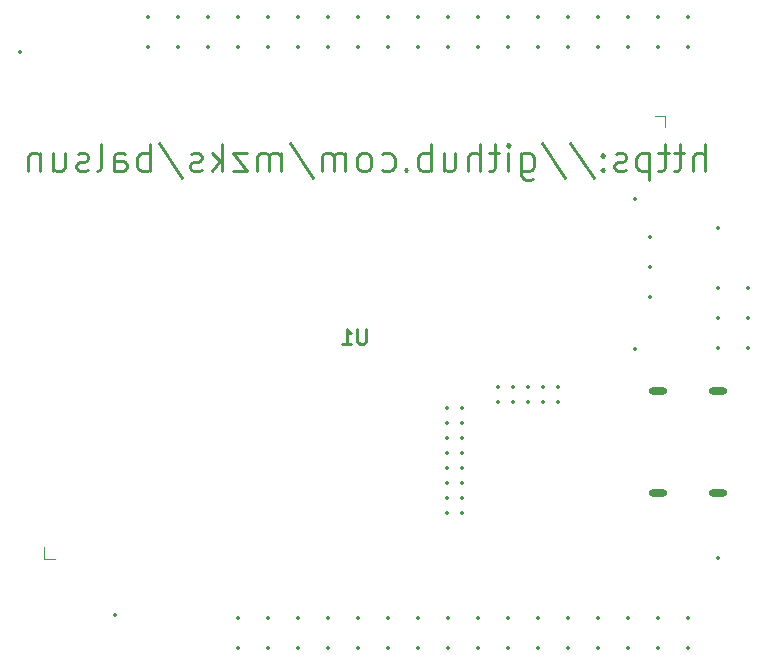
<source format=gbo>
%TF.GenerationSoftware,KiCad,Pcbnew,8.0.4*%
%TF.CreationDate,2024-11-04T17:03:21+09:00*%
%TF.ProjectId,balsun,62616c73-756e-42e6-9b69-6361645f7063,rev?*%
%TF.SameCoordinates,Original*%
%TF.FileFunction,Legend,Bot*%
%TF.FilePolarity,Positive*%
%FSLAX46Y46*%
G04 Gerber Fmt 4.6, Leading zero omitted, Abs format (unit mm)*
G04 Created by KiCad (PCBNEW 8.0.4) date 2024-11-04 17:03:21*
%MOMM*%
%LPD*%
G01*
G04 APERTURE LIST*
%ADD10C,0.287500*%
%ADD11C,0.254000*%
%ADD12C,0.100000*%
%ADD13C,0.350000*%
%ADD14O,1.600000X0.600000*%
G04 APERTURE END LIST*
D10*
X217363236Y-86623573D02*
X217363236Y-84323573D01*
X216377522Y-86623573D02*
X216377522Y-85418811D01*
X216377522Y-85418811D02*
X216487046Y-85199764D01*
X216487046Y-85199764D02*
X216706094Y-85090240D01*
X216706094Y-85090240D02*
X217034665Y-85090240D01*
X217034665Y-85090240D02*
X217253713Y-85199764D01*
X217253713Y-85199764D02*
X217363236Y-85309288D01*
X215610856Y-85090240D02*
X214734665Y-85090240D01*
X215282284Y-84323573D02*
X215282284Y-86295002D01*
X215282284Y-86295002D02*
X215172761Y-86514050D01*
X215172761Y-86514050D02*
X214953713Y-86623573D01*
X214953713Y-86623573D02*
X214734665Y-86623573D01*
X214296570Y-85090240D02*
X213420379Y-85090240D01*
X213967998Y-84323573D02*
X213967998Y-86295002D01*
X213967998Y-86295002D02*
X213858475Y-86514050D01*
X213858475Y-86514050D02*
X213639427Y-86623573D01*
X213639427Y-86623573D02*
X213420379Y-86623573D01*
X212653712Y-85090240D02*
X212653712Y-87390240D01*
X212653712Y-85199764D02*
X212434665Y-85090240D01*
X212434665Y-85090240D02*
X211996570Y-85090240D01*
X211996570Y-85090240D02*
X211777522Y-85199764D01*
X211777522Y-85199764D02*
X211667998Y-85309288D01*
X211667998Y-85309288D02*
X211558474Y-85528335D01*
X211558474Y-85528335D02*
X211558474Y-86185478D01*
X211558474Y-86185478D02*
X211667998Y-86404526D01*
X211667998Y-86404526D02*
X211777522Y-86514050D01*
X211777522Y-86514050D02*
X211996570Y-86623573D01*
X211996570Y-86623573D02*
X212434665Y-86623573D01*
X212434665Y-86623573D02*
X212653712Y-86514050D01*
X210682284Y-86514050D02*
X210463237Y-86623573D01*
X210463237Y-86623573D02*
X210025141Y-86623573D01*
X210025141Y-86623573D02*
X209806094Y-86514050D01*
X209806094Y-86514050D02*
X209696570Y-86295002D01*
X209696570Y-86295002D02*
X209696570Y-86185478D01*
X209696570Y-86185478D02*
X209806094Y-85966430D01*
X209806094Y-85966430D02*
X210025141Y-85856907D01*
X210025141Y-85856907D02*
X210353713Y-85856907D01*
X210353713Y-85856907D02*
X210572760Y-85747383D01*
X210572760Y-85747383D02*
X210682284Y-85528335D01*
X210682284Y-85528335D02*
X210682284Y-85418811D01*
X210682284Y-85418811D02*
X210572760Y-85199764D01*
X210572760Y-85199764D02*
X210353713Y-85090240D01*
X210353713Y-85090240D02*
X210025141Y-85090240D01*
X210025141Y-85090240D02*
X209806094Y-85199764D01*
X208710855Y-86404526D02*
X208601332Y-86514050D01*
X208601332Y-86514050D02*
X208710855Y-86623573D01*
X208710855Y-86623573D02*
X208820379Y-86514050D01*
X208820379Y-86514050D02*
X208710855Y-86404526D01*
X208710855Y-86404526D02*
X208710855Y-86623573D01*
X208710855Y-85199764D02*
X208601332Y-85309288D01*
X208601332Y-85309288D02*
X208710855Y-85418811D01*
X208710855Y-85418811D02*
X208820379Y-85309288D01*
X208820379Y-85309288D02*
X208710855Y-85199764D01*
X208710855Y-85199764D02*
X208710855Y-85418811D01*
X205972760Y-84214050D02*
X207944189Y-87171192D01*
X203563236Y-84214050D02*
X205534665Y-87171192D01*
X201810855Y-85090240D02*
X201810855Y-86952145D01*
X201810855Y-86952145D02*
X201920379Y-87171192D01*
X201920379Y-87171192D02*
X202029903Y-87280716D01*
X202029903Y-87280716D02*
X202248950Y-87390240D01*
X202248950Y-87390240D02*
X202577522Y-87390240D01*
X202577522Y-87390240D02*
X202796569Y-87280716D01*
X201810855Y-86514050D02*
X202029903Y-86623573D01*
X202029903Y-86623573D02*
X202467998Y-86623573D01*
X202467998Y-86623573D02*
X202687046Y-86514050D01*
X202687046Y-86514050D02*
X202796569Y-86404526D01*
X202796569Y-86404526D02*
X202906093Y-86185478D01*
X202906093Y-86185478D02*
X202906093Y-85528335D01*
X202906093Y-85528335D02*
X202796569Y-85309288D01*
X202796569Y-85309288D02*
X202687046Y-85199764D01*
X202687046Y-85199764D02*
X202467998Y-85090240D01*
X202467998Y-85090240D02*
X202029903Y-85090240D01*
X202029903Y-85090240D02*
X201810855Y-85199764D01*
X200715617Y-86623573D02*
X200715617Y-85090240D01*
X200715617Y-84323573D02*
X200825141Y-84433097D01*
X200825141Y-84433097D02*
X200715617Y-84542621D01*
X200715617Y-84542621D02*
X200606094Y-84433097D01*
X200606094Y-84433097D02*
X200715617Y-84323573D01*
X200715617Y-84323573D02*
X200715617Y-84542621D01*
X199948951Y-85090240D02*
X199072760Y-85090240D01*
X199620379Y-84323573D02*
X199620379Y-86295002D01*
X199620379Y-86295002D02*
X199510856Y-86514050D01*
X199510856Y-86514050D02*
X199291808Y-86623573D01*
X199291808Y-86623573D02*
X199072760Y-86623573D01*
X198306093Y-86623573D02*
X198306093Y-84323573D01*
X197320379Y-86623573D02*
X197320379Y-85418811D01*
X197320379Y-85418811D02*
X197429903Y-85199764D01*
X197429903Y-85199764D02*
X197648951Y-85090240D01*
X197648951Y-85090240D02*
X197977522Y-85090240D01*
X197977522Y-85090240D02*
X198196570Y-85199764D01*
X198196570Y-85199764D02*
X198306093Y-85309288D01*
X195239427Y-85090240D02*
X195239427Y-86623573D01*
X196225141Y-85090240D02*
X196225141Y-86295002D01*
X196225141Y-86295002D02*
X196115618Y-86514050D01*
X196115618Y-86514050D02*
X195896570Y-86623573D01*
X195896570Y-86623573D02*
X195567999Y-86623573D01*
X195567999Y-86623573D02*
X195348951Y-86514050D01*
X195348951Y-86514050D02*
X195239427Y-86404526D01*
X194144189Y-86623573D02*
X194144189Y-84323573D01*
X194144189Y-85199764D02*
X193925142Y-85090240D01*
X193925142Y-85090240D02*
X193487047Y-85090240D01*
X193487047Y-85090240D02*
X193267999Y-85199764D01*
X193267999Y-85199764D02*
X193158475Y-85309288D01*
X193158475Y-85309288D02*
X193048951Y-85528335D01*
X193048951Y-85528335D02*
X193048951Y-86185478D01*
X193048951Y-86185478D02*
X193158475Y-86404526D01*
X193158475Y-86404526D02*
X193267999Y-86514050D01*
X193267999Y-86514050D02*
X193487047Y-86623573D01*
X193487047Y-86623573D02*
X193925142Y-86623573D01*
X193925142Y-86623573D02*
X194144189Y-86514050D01*
X192063237Y-86404526D02*
X191953714Y-86514050D01*
X191953714Y-86514050D02*
X192063237Y-86623573D01*
X192063237Y-86623573D02*
X192172761Y-86514050D01*
X192172761Y-86514050D02*
X192063237Y-86404526D01*
X192063237Y-86404526D02*
X192063237Y-86623573D01*
X189982285Y-86514050D02*
X190201333Y-86623573D01*
X190201333Y-86623573D02*
X190639428Y-86623573D01*
X190639428Y-86623573D02*
X190858476Y-86514050D01*
X190858476Y-86514050D02*
X190967999Y-86404526D01*
X190967999Y-86404526D02*
X191077523Y-86185478D01*
X191077523Y-86185478D02*
X191077523Y-85528335D01*
X191077523Y-85528335D02*
X190967999Y-85309288D01*
X190967999Y-85309288D02*
X190858476Y-85199764D01*
X190858476Y-85199764D02*
X190639428Y-85090240D01*
X190639428Y-85090240D02*
X190201333Y-85090240D01*
X190201333Y-85090240D02*
X189982285Y-85199764D01*
X188667999Y-86623573D02*
X188887047Y-86514050D01*
X188887047Y-86514050D02*
X188996570Y-86404526D01*
X188996570Y-86404526D02*
X189106094Y-86185478D01*
X189106094Y-86185478D02*
X189106094Y-85528335D01*
X189106094Y-85528335D02*
X188996570Y-85309288D01*
X188996570Y-85309288D02*
X188887047Y-85199764D01*
X188887047Y-85199764D02*
X188667999Y-85090240D01*
X188667999Y-85090240D02*
X188339428Y-85090240D01*
X188339428Y-85090240D02*
X188120380Y-85199764D01*
X188120380Y-85199764D02*
X188010856Y-85309288D01*
X188010856Y-85309288D02*
X187901332Y-85528335D01*
X187901332Y-85528335D02*
X187901332Y-86185478D01*
X187901332Y-86185478D02*
X188010856Y-86404526D01*
X188010856Y-86404526D02*
X188120380Y-86514050D01*
X188120380Y-86514050D02*
X188339428Y-86623573D01*
X188339428Y-86623573D02*
X188667999Y-86623573D01*
X186915618Y-86623573D02*
X186915618Y-85090240D01*
X186915618Y-85309288D02*
X186806095Y-85199764D01*
X186806095Y-85199764D02*
X186587047Y-85090240D01*
X186587047Y-85090240D02*
X186258476Y-85090240D01*
X186258476Y-85090240D02*
X186039428Y-85199764D01*
X186039428Y-85199764D02*
X185929904Y-85418811D01*
X185929904Y-85418811D02*
X185929904Y-86623573D01*
X185929904Y-85418811D02*
X185820380Y-85199764D01*
X185820380Y-85199764D02*
X185601333Y-85090240D01*
X185601333Y-85090240D02*
X185272761Y-85090240D01*
X185272761Y-85090240D02*
X185053714Y-85199764D01*
X185053714Y-85199764D02*
X184944190Y-85418811D01*
X184944190Y-85418811D02*
X184944190Y-86623573D01*
X182206094Y-84214050D02*
X184177523Y-87171192D01*
X181439427Y-86623573D02*
X181439427Y-85090240D01*
X181439427Y-85309288D02*
X181329904Y-85199764D01*
X181329904Y-85199764D02*
X181110856Y-85090240D01*
X181110856Y-85090240D02*
X180782285Y-85090240D01*
X180782285Y-85090240D02*
X180563237Y-85199764D01*
X180563237Y-85199764D02*
X180453713Y-85418811D01*
X180453713Y-85418811D02*
X180453713Y-86623573D01*
X180453713Y-85418811D02*
X180344189Y-85199764D01*
X180344189Y-85199764D02*
X180125142Y-85090240D01*
X180125142Y-85090240D02*
X179796570Y-85090240D01*
X179796570Y-85090240D02*
X179577523Y-85199764D01*
X179577523Y-85199764D02*
X179467999Y-85418811D01*
X179467999Y-85418811D02*
X179467999Y-86623573D01*
X178591808Y-85090240D02*
X177387046Y-85090240D01*
X177387046Y-85090240D02*
X178591808Y-86623573D01*
X178591808Y-86623573D02*
X177387046Y-86623573D01*
X176510855Y-86623573D02*
X176510855Y-84323573D01*
X176291808Y-85747383D02*
X175634665Y-86623573D01*
X175634665Y-85090240D02*
X176510855Y-85966430D01*
X174758474Y-86514050D02*
X174539427Y-86623573D01*
X174539427Y-86623573D02*
X174101331Y-86623573D01*
X174101331Y-86623573D02*
X173882284Y-86514050D01*
X173882284Y-86514050D02*
X173772760Y-86295002D01*
X173772760Y-86295002D02*
X173772760Y-86185478D01*
X173772760Y-86185478D02*
X173882284Y-85966430D01*
X173882284Y-85966430D02*
X174101331Y-85856907D01*
X174101331Y-85856907D02*
X174429903Y-85856907D01*
X174429903Y-85856907D02*
X174648950Y-85747383D01*
X174648950Y-85747383D02*
X174758474Y-85528335D01*
X174758474Y-85528335D02*
X174758474Y-85418811D01*
X174758474Y-85418811D02*
X174648950Y-85199764D01*
X174648950Y-85199764D02*
X174429903Y-85090240D01*
X174429903Y-85090240D02*
X174101331Y-85090240D01*
X174101331Y-85090240D02*
X173882284Y-85199764D01*
X171144188Y-84214050D02*
X173115617Y-87171192D01*
X170377521Y-86623573D02*
X170377521Y-84323573D01*
X170377521Y-85199764D02*
X170158474Y-85090240D01*
X170158474Y-85090240D02*
X169720379Y-85090240D01*
X169720379Y-85090240D02*
X169501331Y-85199764D01*
X169501331Y-85199764D02*
X169391807Y-85309288D01*
X169391807Y-85309288D02*
X169282283Y-85528335D01*
X169282283Y-85528335D02*
X169282283Y-86185478D01*
X169282283Y-86185478D02*
X169391807Y-86404526D01*
X169391807Y-86404526D02*
X169501331Y-86514050D01*
X169501331Y-86514050D02*
X169720379Y-86623573D01*
X169720379Y-86623573D02*
X170158474Y-86623573D01*
X170158474Y-86623573D02*
X170377521Y-86514050D01*
X167310855Y-86623573D02*
X167310855Y-85418811D01*
X167310855Y-85418811D02*
X167420379Y-85199764D01*
X167420379Y-85199764D02*
X167639427Y-85090240D01*
X167639427Y-85090240D02*
X168077522Y-85090240D01*
X168077522Y-85090240D02*
X168296569Y-85199764D01*
X167310855Y-86514050D02*
X167529903Y-86623573D01*
X167529903Y-86623573D02*
X168077522Y-86623573D01*
X168077522Y-86623573D02*
X168296569Y-86514050D01*
X168296569Y-86514050D02*
X168406093Y-86295002D01*
X168406093Y-86295002D02*
X168406093Y-86075954D01*
X168406093Y-86075954D02*
X168296569Y-85856907D01*
X168296569Y-85856907D02*
X168077522Y-85747383D01*
X168077522Y-85747383D02*
X167529903Y-85747383D01*
X167529903Y-85747383D02*
X167310855Y-85637859D01*
X165887046Y-86623573D02*
X166106094Y-86514050D01*
X166106094Y-86514050D02*
X166215617Y-86295002D01*
X166215617Y-86295002D02*
X166215617Y-84323573D01*
X165120379Y-86514050D02*
X164901332Y-86623573D01*
X164901332Y-86623573D02*
X164463236Y-86623573D01*
X164463236Y-86623573D02*
X164244189Y-86514050D01*
X164244189Y-86514050D02*
X164134665Y-86295002D01*
X164134665Y-86295002D02*
X164134665Y-86185478D01*
X164134665Y-86185478D02*
X164244189Y-85966430D01*
X164244189Y-85966430D02*
X164463236Y-85856907D01*
X164463236Y-85856907D02*
X164791808Y-85856907D01*
X164791808Y-85856907D02*
X165010855Y-85747383D01*
X165010855Y-85747383D02*
X165120379Y-85528335D01*
X165120379Y-85528335D02*
X165120379Y-85418811D01*
X165120379Y-85418811D02*
X165010855Y-85199764D01*
X165010855Y-85199764D02*
X164791808Y-85090240D01*
X164791808Y-85090240D02*
X164463236Y-85090240D01*
X164463236Y-85090240D02*
X164244189Y-85199764D01*
X162163236Y-85090240D02*
X162163236Y-86623573D01*
X163148950Y-85090240D02*
X163148950Y-86295002D01*
X163148950Y-86295002D02*
X163039427Y-86514050D01*
X163039427Y-86514050D02*
X162820379Y-86623573D01*
X162820379Y-86623573D02*
X162491808Y-86623573D01*
X162491808Y-86623573D02*
X162272760Y-86514050D01*
X162272760Y-86514050D02*
X162163236Y-86404526D01*
X161067998Y-85090240D02*
X161067998Y-86623573D01*
X161067998Y-85309288D02*
X160958475Y-85199764D01*
X160958475Y-85199764D02*
X160739427Y-85090240D01*
X160739427Y-85090240D02*
X160410856Y-85090240D01*
X160410856Y-85090240D02*
X160191808Y-85199764D01*
X160191808Y-85199764D02*
X160082284Y-85418811D01*
X160082284Y-85418811D02*
X160082284Y-86623573D01*
D11*
X188667619Y-100004318D02*
X188667619Y-101032413D01*
X188667619Y-101032413D02*
X188607142Y-101153365D01*
X188607142Y-101153365D02*
X188546666Y-101213842D01*
X188546666Y-101213842D02*
X188425714Y-101274318D01*
X188425714Y-101274318D02*
X188183809Y-101274318D01*
X188183809Y-101274318D02*
X188062857Y-101213842D01*
X188062857Y-101213842D02*
X188002380Y-101153365D01*
X188002380Y-101153365D02*
X187941904Y-101032413D01*
X187941904Y-101032413D02*
X187941904Y-100004318D01*
X186671904Y-101274318D02*
X187397619Y-101274318D01*
X187034762Y-101274318D02*
X187034762Y-100004318D01*
X187034762Y-100004318D02*
X187155714Y-100185746D01*
X187155714Y-100185746D02*
X187276666Y-100306699D01*
X187276666Y-100306699D02*
X187397619Y-100367175D01*
D12*
%TO.C,U1*%
X161385000Y-119445000D02*
X161385000Y-118480000D01*
X162300000Y-119445000D02*
X161385000Y-119445000D01*
X213100000Y-81955000D02*
X214015000Y-81955000D01*
X214015000Y-81955000D02*
X214015000Y-82920000D01*
%TD*%
D13*
X196800000Y-115580000D03*
X195530000Y-115580000D03*
X196800000Y-114310000D03*
X195530000Y-114310000D03*
X196800000Y-113040000D03*
X195530000Y-113040000D03*
X196800000Y-111770000D03*
X195530000Y-111770000D03*
X196800000Y-110500000D03*
X195530000Y-110500000D03*
X196800000Y-109230000D03*
X195530000Y-109230000D03*
X196800000Y-107960000D03*
X195530000Y-107960000D03*
X196800000Y-106690000D03*
X195530000Y-106690000D03*
X212700000Y-97240000D03*
X212700000Y-94700000D03*
X212700000Y-92160000D03*
X204935000Y-104905000D03*
X204935000Y-106175000D03*
X203665000Y-104905000D03*
X203665000Y-106175000D03*
X202395000Y-104905000D03*
X202395000Y-106175000D03*
X201125000Y-104905000D03*
X201125000Y-106175000D03*
X199855000Y-104905000D03*
X199855000Y-106175000D03*
X218450000Y-91412500D03*
X215920000Y-76140000D03*
X215920000Y-73600000D03*
X213380000Y-76140000D03*
X213380000Y-73600000D03*
X210840000Y-76140000D03*
X210840000Y-73600000D03*
X208300000Y-76140000D03*
X208300000Y-73600000D03*
X205760000Y-76140000D03*
X205760000Y-73600000D03*
X203220000Y-76140000D03*
X203220000Y-73600000D03*
X200680000Y-76140000D03*
X200680000Y-73600000D03*
X198140000Y-76140000D03*
X198140000Y-73600000D03*
X193060000Y-76140000D03*
X193060000Y-73600000D03*
X190520000Y-76140000D03*
X190520000Y-73600000D03*
X187980000Y-76140000D03*
X187980000Y-73600000D03*
X185440000Y-76140000D03*
X185440000Y-73600000D03*
X182900000Y-76140000D03*
X182900000Y-73600000D03*
X180360000Y-76140000D03*
X180360000Y-73600000D03*
X177820000Y-76140000D03*
X177820000Y-73600000D03*
X175280000Y-76140000D03*
X175280000Y-73600000D03*
X172740000Y-76140000D03*
X172740000Y-73600000D03*
X170200000Y-76140000D03*
X170200000Y-73600000D03*
X195600000Y-76140000D03*
X195600000Y-73600000D03*
X159400000Y-76500000D03*
X167375000Y-124175000D03*
X218450000Y-101600000D03*
X220990000Y-101600000D03*
X218450000Y-99060000D03*
X220990000Y-99060000D03*
X218450000Y-96520000D03*
X220990000Y-96520000D03*
X177800000Y-124460000D03*
X177800000Y-127000000D03*
X180340000Y-124460000D03*
X180340000Y-127000000D03*
X182880000Y-124460000D03*
X182880000Y-127000000D03*
X185420000Y-124460000D03*
X185420000Y-127000000D03*
X187960000Y-124460000D03*
X187960000Y-127000000D03*
X190500000Y-124460000D03*
X190500000Y-127000000D03*
X193040000Y-124460000D03*
X193040000Y-127000000D03*
X195580000Y-124460000D03*
X195580000Y-127000000D03*
X198120000Y-124460000D03*
X198120000Y-127000000D03*
X200660000Y-124460000D03*
X200660000Y-127000000D03*
X203200000Y-124460000D03*
X203200000Y-127000000D03*
X205740000Y-124460000D03*
X205740000Y-127000000D03*
X208280000Y-124460000D03*
X208280000Y-127000000D03*
X210820000Y-124460000D03*
X210820000Y-127000000D03*
X213360000Y-124460000D03*
X213360000Y-127000000D03*
X215900000Y-124460000D03*
X215900000Y-127000000D03*
D14*
X213375000Y-113895000D03*
X213375000Y-105255000D03*
X218475000Y-113895000D03*
X218475000Y-105255000D03*
D13*
X218425000Y-119350000D03*
X211425000Y-88950000D03*
X211425000Y-101650000D03*
M02*

</source>
